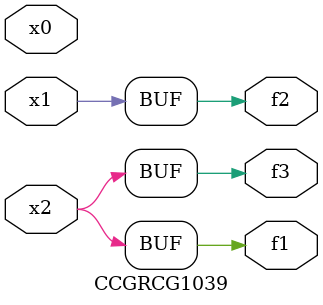
<source format=v>
module CCGRCG1039(
	input x0, x1, x2,
	output f1, f2, f3
);
	assign f1 = x2;
	assign f2 = x1;
	assign f3 = x2;
endmodule

</source>
